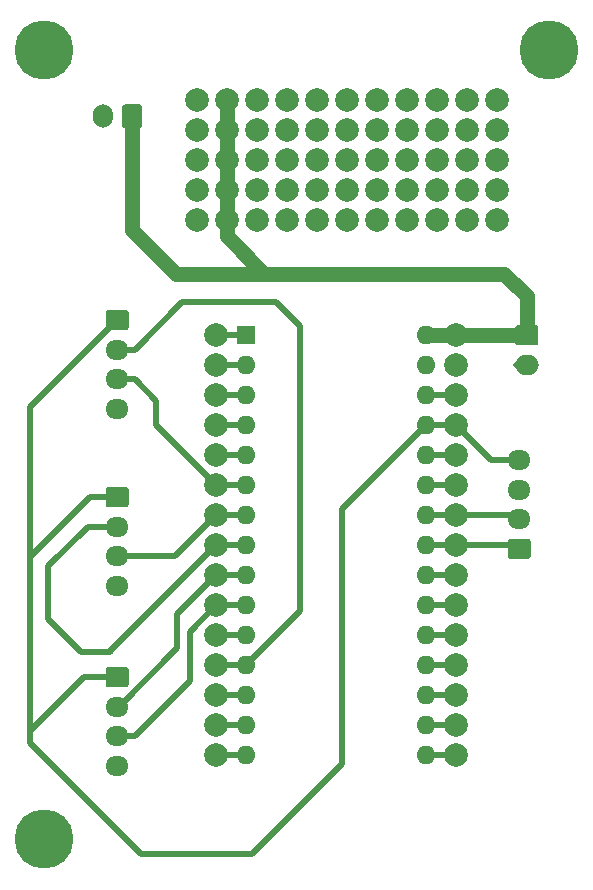
<source format=gbr>
G04 #@! TF.GenerationSoftware,KiCad,Pcbnew,(5.1.4)-1*
G04 #@! TF.CreationDate,2020-02-11T18:35:20-06:00*
G04 #@! TF.ProjectId,SensorBoard,53656e73-6f72-4426-9f61-72642e6b6963,rev?*
G04 #@! TF.SameCoordinates,Original*
G04 #@! TF.FileFunction,Copper,L1,Top*
G04 #@! TF.FilePolarity,Positive*
%FSLAX46Y46*%
G04 Gerber Fmt 4.6, Leading zero omitted, Abs format (unit mm)*
G04 Created by KiCad (PCBNEW (5.1.4)-1) date 2020-02-11 18:35:20*
%MOMM*%
%LPD*%
G04 APERTURE LIST*
%ADD10C,0.100000*%
%ADD11C,1.700000*%
%ADD12O,1.700000X2.000000*%
%ADD13O,1.600000X1.600000*%
%ADD14R,1.600000X1.600000*%
%ADD15C,1.998980*%
%ADD16O,1.950000X1.700000*%
%ADD17O,2.000000X1.700000*%
%ADD18C,5.000000*%
%ADD19C,0.500000*%
%ADD20C,1.270000*%
G04 APERTURE END LIST*
D10*
G36*
X134482504Y-61739204D02*
G01*
X134506773Y-61742804D01*
X134530571Y-61748765D01*
X134553671Y-61757030D01*
X134575849Y-61767520D01*
X134596893Y-61780133D01*
X134616598Y-61794747D01*
X134634777Y-61811223D01*
X134651253Y-61829402D01*
X134665867Y-61849107D01*
X134678480Y-61870151D01*
X134688970Y-61892329D01*
X134697235Y-61915429D01*
X134703196Y-61939227D01*
X134706796Y-61963496D01*
X134708000Y-61988000D01*
X134708000Y-63488000D01*
X134706796Y-63512504D01*
X134703196Y-63536773D01*
X134697235Y-63560571D01*
X134688970Y-63583671D01*
X134678480Y-63605849D01*
X134665867Y-63626893D01*
X134651253Y-63646598D01*
X134634777Y-63664777D01*
X134616598Y-63681253D01*
X134596893Y-63695867D01*
X134575849Y-63708480D01*
X134553671Y-63718970D01*
X134530571Y-63727235D01*
X134506773Y-63733196D01*
X134482504Y-63736796D01*
X134458000Y-63738000D01*
X133258000Y-63738000D01*
X133233496Y-63736796D01*
X133209227Y-63733196D01*
X133185429Y-63727235D01*
X133162329Y-63718970D01*
X133140151Y-63708480D01*
X133119107Y-63695867D01*
X133099402Y-63681253D01*
X133081223Y-63664777D01*
X133064747Y-63646598D01*
X133050133Y-63626893D01*
X133037520Y-63605849D01*
X133027030Y-63583671D01*
X133018765Y-63560571D01*
X133012804Y-63536773D01*
X133009204Y-63512504D01*
X133008000Y-63488000D01*
X133008000Y-61988000D01*
X133009204Y-61963496D01*
X133012804Y-61939227D01*
X133018765Y-61915429D01*
X133027030Y-61892329D01*
X133037520Y-61870151D01*
X133050133Y-61849107D01*
X133064747Y-61829402D01*
X133081223Y-61811223D01*
X133099402Y-61794747D01*
X133119107Y-61780133D01*
X133140151Y-61767520D01*
X133162329Y-61757030D01*
X133185429Y-61748765D01*
X133209227Y-61742804D01*
X133233496Y-61739204D01*
X133258000Y-61738000D01*
X134458000Y-61738000D01*
X134482504Y-61739204D01*
X134482504Y-61739204D01*
G37*
D11*
X133858000Y-62738000D03*
D12*
X131358000Y-62738000D03*
D13*
X158750000Y-116840000D03*
X143510000Y-116840000D03*
X158750000Y-81280000D03*
X143510000Y-114300000D03*
X158750000Y-83820000D03*
X143510000Y-111760000D03*
X158750000Y-86360000D03*
X143510000Y-109220000D03*
X158750000Y-88900000D03*
X143510000Y-106680000D03*
X158750000Y-91440000D03*
X143510000Y-104140000D03*
X158750000Y-93980000D03*
X143510000Y-101600000D03*
X158750000Y-96520000D03*
X143510000Y-99060000D03*
X158750000Y-99060000D03*
X143510000Y-96520000D03*
X158750000Y-101600000D03*
X143510000Y-93980000D03*
X158750000Y-104140000D03*
X143510000Y-91440000D03*
X158750000Y-106680000D03*
X143510000Y-88900000D03*
X158750000Y-109220000D03*
X143510000Y-86360000D03*
X158750000Y-111760000D03*
X143510000Y-83820000D03*
X158750000Y-114300000D03*
D14*
X143510000Y-81280000D03*
D15*
X164719000Y-71501000D03*
X164719000Y-68961000D03*
X164719000Y-66421000D03*
X164719000Y-63881000D03*
X164719000Y-61341000D03*
X162179000Y-61341000D03*
X162179000Y-63881000D03*
X162179000Y-66421000D03*
X162179000Y-68961000D03*
X162179000Y-71501000D03*
X159639000Y-71501000D03*
X159639000Y-68961000D03*
X159639000Y-66421000D03*
X159639000Y-63881000D03*
X159639000Y-61341000D03*
X157099000Y-61341000D03*
X157099000Y-63881000D03*
X157099000Y-66421000D03*
X157099000Y-68961000D03*
X157099000Y-71501000D03*
X154559000Y-71501000D03*
X154559000Y-68961000D03*
X154559000Y-66421000D03*
X154559000Y-63881000D03*
X154559000Y-61341000D03*
X152019000Y-61341000D03*
X152019000Y-63881000D03*
X152019000Y-66421000D03*
X152019000Y-68961000D03*
X152019000Y-71501000D03*
X149479000Y-71501000D03*
X149479000Y-68961000D03*
X149479000Y-66421000D03*
X149479000Y-63881000D03*
X149479000Y-61341000D03*
X146939000Y-61341000D03*
X146939000Y-63881000D03*
X146939000Y-66421000D03*
X146939000Y-68961000D03*
X146939000Y-71501000D03*
X144399000Y-71501000D03*
X144399000Y-68961000D03*
X144399000Y-66421000D03*
X144399000Y-63881000D03*
X144399000Y-61341000D03*
X141859000Y-61341000D03*
X141859000Y-63881000D03*
X141859000Y-66421000D03*
X141859000Y-68961000D03*
X141859000Y-71501000D03*
X139319000Y-71501000D03*
X139319000Y-68961000D03*
X139319000Y-66421000D03*
X139319000Y-63881000D03*
X139319000Y-61341000D03*
X161290000Y-116840000D03*
X161290000Y-114300000D03*
X161290000Y-111760000D03*
X161290000Y-109220000D03*
X161290000Y-106680000D03*
X161290000Y-104140000D03*
X161290000Y-101600000D03*
X161290000Y-99060000D03*
X161290000Y-96520000D03*
X161290000Y-93980000D03*
X161290000Y-91440000D03*
X161290000Y-88900000D03*
X161290000Y-86360000D03*
X161290000Y-83820000D03*
X161290000Y-81280000D03*
X140970000Y-81280000D03*
X140970000Y-83820000D03*
X140970000Y-86360000D03*
X140970000Y-88900000D03*
X140970000Y-91440000D03*
X140970000Y-93980000D03*
X140970000Y-96520000D03*
X140970000Y-99060000D03*
X140970000Y-101600000D03*
X140970000Y-104140000D03*
X140970000Y-106680000D03*
X140970000Y-109220000D03*
X140970000Y-111760000D03*
X140970000Y-114300000D03*
X140970000Y-116840000D03*
D16*
X132588000Y-117736000D03*
X132588000Y-115236000D03*
X132588000Y-112736000D03*
D10*
G36*
X133337504Y-109387204D02*
G01*
X133361773Y-109390804D01*
X133385571Y-109396765D01*
X133408671Y-109405030D01*
X133430849Y-109415520D01*
X133451893Y-109428133D01*
X133471598Y-109442747D01*
X133489777Y-109459223D01*
X133506253Y-109477402D01*
X133520867Y-109497107D01*
X133533480Y-109518151D01*
X133543970Y-109540329D01*
X133552235Y-109563429D01*
X133558196Y-109587227D01*
X133561796Y-109611496D01*
X133563000Y-109636000D01*
X133563000Y-110836000D01*
X133561796Y-110860504D01*
X133558196Y-110884773D01*
X133552235Y-110908571D01*
X133543970Y-110931671D01*
X133533480Y-110953849D01*
X133520867Y-110974893D01*
X133506253Y-110994598D01*
X133489777Y-111012777D01*
X133471598Y-111029253D01*
X133451893Y-111043867D01*
X133430849Y-111056480D01*
X133408671Y-111066970D01*
X133385571Y-111075235D01*
X133361773Y-111081196D01*
X133337504Y-111084796D01*
X133313000Y-111086000D01*
X131863000Y-111086000D01*
X131838496Y-111084796D01*
X131814227Y-111081196D01*
X131790429Y-111075235D01*
X131767329Y-111066970D01*
X131745151Y-111056480D01*
X131724107Y-111043867D01*
X131704402Y-111029253D01*
X131686223Y-111012777D01*
X131669747Y-110994598D01*
X131655133Y-110974893D01*
X131642520Y-110953849D01*
X131632030Y-110931671D01*
X131623765Y-110908571D01*
X131617804Y-110884773D01*
X131614204Y-110860504D01*
X131613000Y-110836000D01*
X131613000Y-109636000D01*
X131614204Y-109611496D01*
X131617804Y-109587227D01*
X131623765Y-109563429D01*
X131632030Y-109540329D01*
X131642520Y-109518151D01*
X131655133Y-109497107D01*
X131669747Y-109477402D01*
X131686223Y-109459223D01*
X131704402Y-109442747D01*
X131724107Y-109428133D01*
X131745151Y-109415520D01*
X131767329Y-109405030D01*
X131790429Y-109396765D01*
X131814227Y-109390804D01*
X131838496Y-109387204D01*
X131863000Y-109386000D01*
X133313000Y-109386000D01*
X133337504Y-109387204D01*
X133337504Y-109387204D01*
G37*
D11*
X132588000Y-110236000D03*
D16*
X132588000Y-102496000D03*
X132588000Y-99996000D03*
X132588000Y-97496000D03*
D10*
G36*
X133337504Y-94147204D02*
G01*
X133361773Y-94150804D01*
X133385571Y-94156765D01*
X133408671Y-94165030D01*
X133430849Y-94175520D01*
X133451893Y-94188133D01*
X133471598Y-94202747D01*
X133489777Y-94219223D01*
X133506253Y-94237402D01*
X133520867Y-94257107D01*
X133533480Y-94278151D01*
X133543970Y-94300329D01*
X133552235Y-94323429D01*
X133558196Y-94347227D01*
X133561796Y-94371496D01*
X133563000Y-94396000D01*
X133563000Y-95596000D01*
X133561796Y-95620504D01*
X133558196Y-95644773D01*
X133552235Y-95668571D01*
X133543970Y-95691671D01*
X133533480Y-95713849D01*
X133520867Y-95734893D01*
X133506253Y-95754598D01*
X133489777Y-95772777D01*
X133471598Y-95789253D01*
X133451893Y-95803867D01*
X133430849Y-95816480D01*
X133408671Y-95826970D01*
X133385571Y-95835235D01*
X133361773Y-95841196D01*
X133337504Y-95844796D01*
X133313000Y-95846000D01*
X131863000Y-95846000D01*
X131838496Y-95844796D01*
X131814227Y-95841196D01*
X131790429Y-95835235D01*
X131767329Y-95826970D01*
X131745151Y-95816480D01*
X131724107Y-95803867D01*
X131704402Y-95789253D01*
X131686223Y-95772777D01*
X131669747Y-95754598D01*
X131655133Y-95734893D01*
X131642520Y-95713849D01*
X131632030Y-95691671D01*
X131623765Y-95668571D01*
X131617804Y-95644773D01*
X131614204Y-95620504D01*
X131613000Y-95596000D01*
X131613000Y-94396000D01*
X131614204Y-94371496D01*
X131617804Y-94347227D01*
X131623765Y-94323429D01*
X131632030Y-94300329D01*
X131642520Y-94278151D01*
X131655133Y-94257107D01*
X131669747Y-94237402D01*
X131686223Y-94219223D01*
X131704402Y-94202747D01*
X131724107Y-94188133D01*
X131745151Y-94175520D01*
X131767329Y-94165030D01*
X131790429Y-94156765D01*
X131814227Y-94150804D01*
X131838496Y-94147204D01*
X131863000Y-94146000D01*
X133313000Y-94146000D01*
X133337504Y-94147204D01*
X133337504Y-94147204D01*
G37*
D11*
X132588000Y-94996000D03*
D16*
X132588000Y-87510000D03*
X132588000Y-85010000D03*
X132588000Y-82510000D03*
D10*
G36*
X133337504Y-79161204D02*
G01*
X133361773Y-79164804D01*
X133385571Y-79170765D01*
X133408671Y-79179030D01*
X133430849Y-79189520D01*
X133451893Y-79202133D01*
X133471598Y-79216747D01*
X133489777Y-79233223D01*
X133506253Y-79251402D01*
X133520867Y-79271107D01*
X133533480Y-79292151D01*
X133543970Y-79314329D01*
X133552235Y-79337429D01*
X133558196Y-79361227D01*
X133561796Y-79385496D01*
X133563000Y-79410000D01*
X133563000Y-80610000D01*
X133561796Y-80634504D01*
X133558196Y-80658773D01*
X133552235Y-80682571D01*
X133543970Y-80705671D01*
X133533480Y-80727849D01*
X133520867Y-80748893D01*
X133506253Y-80768598D01*
X133489777Y-80786777D01*
X133471598Y-80803253D01*
X133451893Y-80817867D01*
X133430849Y-80830480D01*
X133408671Y-80840970D01*
X133385571Y-80849235D01*
X133361773Y-80855196D01*
X133337504Y-80858796D01*
X133313000Y-80860000D01*
X131863000Y-80860000D01*
X131838496Y-80858796D01*
X131814227Y-80855196D01*
X131790429Y-80849235D01*
X131767329Y-80840970D01*
X131745151Y-80830480D01*
X131724107Y-80817867D01*
X131704402Y-80803253D01*
X131686223Y-80786777D01*
X131669747Y-80768598D01*
X131655133Y-80748893D01*
X131642520Y-80727849D01*
X131632030Y-80705671D01*
X131623765Y-80682571D01*
X131617804Y-80658773D01*
X131614204Y-80634504D01*
X131613000Y-80610000D01*
X131613000Y-79410000D01*
X131614204Y-79385496D01*
X131617804Y-79361227D01*
X131623765Y-79337429D01*
X131632030Y-79314329D01*
X131642520Y-79292151D01*
X131655133Y-79271107D01*
X131669747Y-79251402D01*
X131686223Y-79233223D01*
X131704402Y-79216747D01*
X131724107Y-79202133D01*
X131745151Y-79189520D01*
X131767329Y-79179030D01*
X131790429Y-79170765D01*
X131814227Y-79164804D01*
X131838496Y-79161204D01*
X131863000Y-79160000D01*
X133313000Y-79160000D01*
X133337504Y-79161204D01*
X133337504Y-79161204D01*
G37*
D11*
X132588000Y-80010000D03*
D17*
X167259000Y-83780000D03*
D10*
G36*
X168033504Y-80431204D02*
G01*
X168057773Y-80434804D01*
X168081571Y-80440765D01*
X168104671Y-80449030D01*
X168126849Y-80459520D01*
X168147893Y-80472133D01*
X168167598Y-80486747D01*
X168185777Y-80503223D01*
X168202253Y-80521402D01*
X168216867Y-80541107D01*
X168229480Y-80562151D01*
X168239970Y-80584329D01*
X168248235Y-80607429D01*
X168254196Y-80631227D01*
X168257796Y-80655496D01*
X168259000Y-80680000D01*
X168259000Y-81880000D01*
X168257796Y-81904504D01*
X168254196Y-81928773D01*
X168248235Y-81952571D01*
X168239970Y-81975671D01*
X168229480Y-81997849D01*
X168216867Y-82018893D01*
X168202253Y-82038598D01*
X168185777Y-82056777D01*
X168167598Y-82073253D01*
X168147893Y-82087867D01*
X168126849Y-82100480D01*
X168104671Y-82110970D01*
X168081571Y-82119235D01*
X168057773Y-82125196D01*
X168033504Y-82128796D01*
X168009000Y-82130000D01*
X166509000Y-82130000D01*
X166484496Y-82128796D01*
X166460227Y-82125196D01*
X166436429Y-82119235D01*
X166413329Y-82110970D01*
X166391151Y-82100480D01*
X166370107Y-82087867D01*
X166350402Y-82073253D01*
X166332223Y-82056777D01*
X166315747Y-82038598D01*
X166301133Y-82018893D01*
X166288520Y-81997849D01*
X166278030Y-81975671D01*
X166269765Y-81952571D01*
X166263804Y-81928773D01*
X166260204Y-81904504D01*
X166259000Y-81880000D01*
X166259000Y-80680000D01*
X166260204Y-80655496D01*
X166263804Y-80631227D01*
X166269765Y-80607429D01*
X166278030Y-80584329D01*
X166288520Y-80562151D01*
X166301133Y-80541107D01*
X166315747Y-80521402D01*
X166332223Y-80503223D01*
X166350402Y-80486747D01*
X166370107Y-80472133D01*
X166391151Y-80459520D01*
X166413329Y-80449030D01*
X166436429Y-80440765D01*
X166460227Y-80434804D01*
X166484496Y-80431204D01*
X166509000Y-80430000D01*
X168009000Y-80430000D01*
X168033504Y-80431204D01*
X168033504Y-80431204D01*
G37*
D11*
X167259000Y-81280000D03*
D16*
X166624000Y-91864800D03*
X166624000Y-94364800D03*
X166624000Y-96864800D03*
D10*
G36*
X167373504Y-98516004D02*
G01*
X167397773Y-98519604D01*
X167421571Y-98525565D01*
X167444671Y-98533830D01*
X167466849Y-98544320D01*
X167487893Y-98556933D01*
X167507598Y-98571547D01*
X167525777Y-98588023D01*
X167542253Y-98606202D01*
X167556867Y-98625907D01*
X167569480Y-98646951D01*
X167579970Y-98669129D01*
X167588235Y-98692229D01*
X167594196Y-98716027D01*
X167597796Y-98740296D01*
X167599000Y-98764800D01*
X167599000Y-99964800D01*
X167597796Y-99989304D01*
X167594196Y-100013573D01*
X167588235Y-100037371D01*
X167579970Y-100060471D01*
X167569480Y-100082649D01*
X167556867Y-100103693D01*
X167542253Y-100123398D01*
X167525777Y-100141577D01*
X167507598Y-100158053D01*
X167487893Y-100172667D01*
X167466849Y-100185280D01*
X167444671Y-100195770D01*
X167421571Y-100204035D01*
X167397773Y-100209996D01*
X167373504Y-100213596D01*
X167349000Y-100214800D01*
X165899000Y-100214800D01*
X165874496Y-100213596D01*
X165850227Y-100209996D01*
X165826429Y-100204035D01*
X165803329Y-100195770D01*
X165781151Y-100185280D01*
X165760107Y-100172667D01*
X165740402Y-100158053D01*
X165722223Y-100141577D01*
X165705747Y-100123398D01*
X165691133Y-100103693D01*
X165678520Y-100082649D01*
X165668030Y-100060471D01*
X165659765Y-100037371D01*
X165653804Y-100013573D01*
X165650204Y-99989304D01*
X165649000Y-99964800D01*
X165649000Y-98764800D01*
X165650204Y-98740296D01*
X165653804Y-98716027D01*
X165659765Y-98692229D01*
X165668030Y-98669129D01*
X165678520Y-98646951D01*
X165691133Y-98625907D01*
X165705747Y-98606202D01*
X165722223Y-98588023D01*
X165740402Y-98571547D01*
X165760107Y-98556933D01*
X165781151Y-98544320D01*
X165803329Y-98533830D01*
X165826429Y-98525565D01*
X165850227Y-98519604D01*
X165874496Y-98516004D01*
X165899000Y-98514800D01*
X167349000Y-98514800D01*
X167373504Y-98516004D01*
X167373504Y-98516004D01*
G37*
D11*
X166624000Y-99364800D03*
D18*
X169164000Y-57150000D03*
X126365000Y-57150000D03*
X126365000Y-123952000D03*
D19*
X158750000Y-116840000D02*
X161290000Y-116840000D01*
X143510000Y-116840000D02*
X140970000Y-116840000D01*
D20*
X167259000Y-81280000D02*
X161290000Y-81280000D01*
X158750000Y-81280000D02*
X161290000Y-81280000D01*
X141859000Y-61341000D02*
X141859000Y-63881000D01*
X141859000Y-63881000D02*
X141859000Y-66421000D01*
X141859000Y-68961000D02*
X141859000Y-66421000D01*
X141859000Y-71501000D02*
X141859000Y-68961000D01*
X167259000Y-77978000D02*
X167259000Y-81280000D01*
X165354000Y-76073000D02*
X167259000Y-77978000D01*
X133858000Y-62738000D02*
X133858000Y-72390000D01*
X133858000Y-72390000D02*
X137541000Y-76073000D01*
X145017508Y-76073000D02*
X145161000Y-76073000D01*
X141859000Y-72914492D02*
X145017508Y-76073000D01*
X141859000Y-71501000D02*
X141859000Y-72914492D01*
X137541000Y-76073000D02*
X145161000Y-76073000D01*
X145161000Y-76073000D02*
X165354000Y-76073000D01*
D19*
X140970000Y-114300000D02*
X143510000Y-114300000D01*
X139319000Y-60591519D02*
X139319000Y-61341000D01*
X166330000Y-83820000D02*
X166370000Y-83780000D01*
X132588000Y-117736000D02*
X132463000Y-117736000D01*
X132588000Y-117736000D02*
X132713000Y-117736000D01*
X132588000Y-87510000D02*
X132463000Y-87510000D01*
X132463000Y-102496000D02*
X132588000Y-102496000D01*
X140970000Y-111760000D02*
X143510000Y-111760000D01*
X161290000Y-86360000D02*
X158750000Y-86360000D01*
X140970000Y-109220000D02*
X143510000Y-109220000D01*
X132588000Y-82510000D02*
X132713000Y-82510000D01*
X148082000Y-104648000D02*
X143510000Y-109220000D01*
X148082000Y-80518000D02*
X148082000Y-104648000D01*
X132588000Y-82510000D02*
X134063000Y-82510000D01*
X146069000Y-78505000D02*
X146113500Y-78549500D01*
X138068000Y-78505000D02*
X146069000Y-78505000D01*
X146113500Y-78549500D02*
X148082000Y-80518000D01*
X134063000Y-82510000D02*
X138068000Y-78505000D01*
X161290000Y-88900000D02*
X158750000Y-88900000D01*
X125222000Y-87376000D02*
X132588000Y-80010000D01*
X129794000Y-110236000D02*
X125222000Y-114808000D01*
X132588000Y-110236000D02*
X129794000Y-110236000D01*
X130302000Y-94996000D02*
X125222000Y-100076000D01*
X132588000Y-94996000D02*
X130302000Y-94996000D01*
X125222000Y-114808000D02*
X125222000Y-100076000D01*
X125222000Y-100076000D02*
X125222000Y-87376000D01*
X164254800Y-91864800D02*
X161290000Y-88900000D01*
X166624000Y-91864800D02*
X164254800Y-91864800D01*
X151638000Y-96012000D02*
X158750000Y-88900000D01*
X151638000Y-117602000D02*
X151638000Y-96012000D01*
X144018000Y-125222000D02*
X151638000Y-117602000D01*
X134620000Y-125222000D02*
X125222000Y-115824000D01*
X136271000Y-125222000D02*
X134620000Y-125222000D01*
X125222000Y-114808000D02*
X125222000Y-115824000D01*
X136271000Y-125222000D02*
X144018000Y-125222000D01*
X140970000Y-106680000D02*
X143510000Y-106680000D01*
X161290000Y-91440000D02*
X158750000Y-91440000D01*
X140970000Y-104140000D02*
X143510000Y-104140000D01*
X140970000Y-104902000D02*
X140970000Y-104140000D01*
X132588000Y-115236000D02*
X134063000Y-115236000D01*
X138746500Y-106363500D02*
X140970000Y-104140000D01*
X138746500Y-110552500D02*
X138746500Y-106363500D01*
X134063000Y-115236000D02*
X138746500Y-110552500D01*
X161290000Y-93980000D02*
X158750000Y-93980000D01*
X140970000Y-101600000D02*
X143510000Y-101600000D01*
X132713000Y-112736000D02*
X137668000Y-107781000D01*
X132588000Y-112736000D02*
X132713000Y-112736000D01*
X137668000Y-104902000D02*
X140970000Y-101600000D01*
X137668000Y-107781000D02*
X137668000Y-104902000D01*
X158750000Y-96520000D02*
X161290000Y-96520000D01*
X161330000Y-96560000D02*
X161290000Y-96520000D01*
X166279200Y-96520000D02*
X166624000Y-96864800D01*
X161290000Y-96520000D02*
X166279200Y-96520000D01*
X140970000Y-99060000D02*
X143510000Y-99060000D01*
X132588000Y-97496000D02*
X132463000Y-97496000D01*
X132588000Y-97496000D02*
X130088000Y-97496000D01*
X130088000Y-97496000D02*
X126746000Y-100838000D01*
X126746000Y-100838000D02*
X126746000Y-105283000D01*
X126746000Y-105283000D02*
X129540000Y-108077000D01*
X132080000Y-107950000D02*
X140970000Y-99060000D01*
X131953000Y-108077000D02*
X132080000Y-107950000D01*
X129540000Y-108077000D02*
X131953000Y-108077000D01*
X158750000Y-99060000D02*
X161290000Y-99060000D01*
X166319200Y-99060000D02*
X166624000Y-99364800D01*
X161290000Y-99060000D02*
X166319200Y-99060000D01*
X140970000Y-96520000D02*
X143510000Y-96520000D01*
X137494000Y-99996000D02*
X140970000Y-96520000D01*
X132588000Y-99996000D02*
X137494000Y-99996000D01*
X158750000Y-101600000D02*
X161290000Y-101600000D01*
X140970000Y-93980000D02*
X143510000Y-93980000D01*
X132588000Y-85010000D02*
X132588000Y-85546509D01*
X134063000Y-85010000D02*
X135890000Y-86837000D01*
X132588000Y-85010000D02*
X134063000Y-85010000D01*
X135890000Y-88900000D02*
X140970000Y-93980000D01*
X135890000Y-86837000D02*
X135890000Y-88900000D01*
X158750000Y-104140000D02*
X161290000Y-104140000D01*
X140970000Y-91440000D02*
X143510000Y-91440000D01*
X158750000Y-106680000D02*
X161290000Y-106680000D01*
X140970000Y-88900000D02*
X143510000Y-88900000D01*
X158750000Y-109220000D02*
X161290000Y-109220000D01*
X140970000Y-86360000D02*
X143510000Y-86360000D01*
X158750000Y-111760000D02*
X161290000Y-111760000D01*
X140970000Y-83820000D02*
X143510000Y-83820000D01*
X158750000Y-114300000D02*
X161290000Y-114300000D01*
X140970000Y-81280000D02*
X143510000Y-81280000D01*
M02*

</source>
